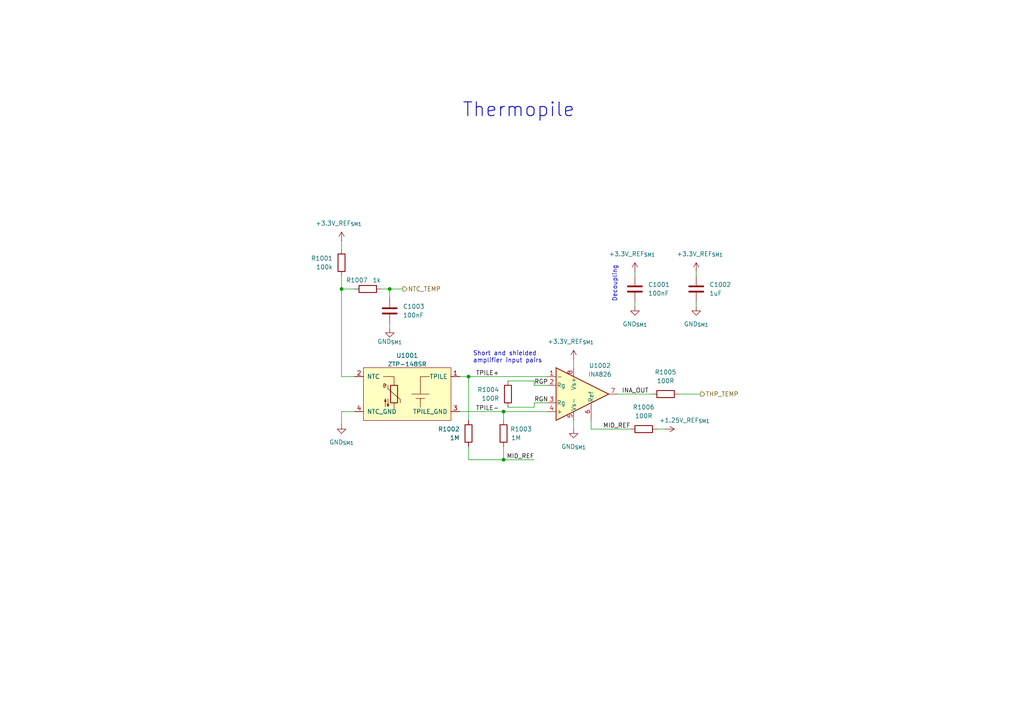
<source format=kicad_sch>
(kicad_sch (version 20231120) (generator "eeschema") (generator_version "8.0")
  (paper "A4")
  (title_block (title "Sensor multi-board") (date "2024-06-17") (rev "${VERSION}") (company "TrendBit s.r.o.") (comment 1 "Designed by: Petr Malaník"))
  (lib_symbols
    (symbol "Device:C" (pin_numbers hide) (pin_names (offset 0.254))
      (property "Reference" "C" (at 0.635 2.54 0))
      (property "Value" "C" (at 0.635 -2.54 0))
      (symbol "C_0_1"
        (polyline (pts (xy -2.032 -0.762) (xy 2.032 -0.762)) (stroke (width 0.508)))
        (polyline (pts (xy -2.032 0.762) (xy 2.032 0.762)) (stroke (width 0.508)))
      )
      (symbol "C_1_1"
        (pin passive line (at 0 3.81 270) (length 2.794) (name "~") (number "1"))
        (pin passive line (at 0 -3.81 90) (length 2.794) (name "~") (number "2"))
      )
    )
    (symbol "Device:R" (pin_numbers hide) (pin_names (offset 0))
      (property "Reference" "R" (at 2.032 0 90))
      (property "Value" "R" (at 0 0 90))
      (symbol "R_0_1"
        (rectangle (start -1.016 -2.54) (end 1.016 2.54) (stroke (width 0.254)))
      )
      (symbol "R_1_1"
        (pin passive line (at 0 3.81 270) (length 1.27) (name "~") (number "1"))
        (pin passive line (at 0 -3.81 90) (length 1.27) (name "~") (number "2"))
      )
    )
    (symbol "TCY_IC:INA826" (pin_names (offset 0.127))
      (property "Reference" "U" (at 3.556 7.366 0))
      (property "Value" "INA826" (at 7.366 5.334 0))
      (symbol "INA826_0_1"
        (polyline (pts (xy -5.08 7.62) (xy -5.08 -7.62) (xy 10.16 0) (xy -5.08 7.62)) (stroke (width 0.254)) (fill (type background)))
      )
      (symbol "INA826_1_1"
        (pin input line (at -7.62 5.08 0) (length 2.54) (name "-") (number "1"))
        (pin passive line (at -7.62 2.54 0) (length 2.54) (name "Rg") (number "2"))
        (pin passive line (at -7.62 -2.54 0) (length 2.54) (name "Rg") (number "3"))
        (pin input line (at -7.62 -5.08 0) (length 2.54) (name "+") (number "4"))
        (pin power_in line (at 0 -7.62 90) (length 2.54) (name "Vs-") (number "5"))
        (pin passive line (at 5.08 -7.62 90) (length 5.08) (name "Ref") (number "6"))
        (pin output line (at 12.7 0 180) (length 2.54) (name "~") (number "7"))
        (pin power_in line (at 0 7.62 270) (length 2.54) (name "Vs+") (number "8"))
      )
    )
    (symbol "TCY_sensors:ZTP-148SR" (pin_names (offset 1.016))
      (property "Reference" "U?" (at 0 12.7 0))
      (property "Value" "ZTP-148SR" (at 0 10.16 0))
      (symbol "ZTP-148SR_0_1"
        (rectangle (start -12.7 7.62) (end 12.7 -7.62) (fill (type background)))
        (polyline (pts (xy -3.81 -2.54) (xy -3.8119 -4.132)))
        (polyline (pts (xy 1.27 0) (xy 6.35 0)))
        (polyline (pts (xy 2.54 -1.27) (xy 5.08 -1.27)))
        (polyline (pts (xy 3.81 -1.27) (xy 3.81 -3.81)))
        (polyline (pts (xy -3.81 2.54) (xy -3.81 5.08) (xy -6.9109 5.0856)))
        (polyline (pts (xy 3.81 0) (xy 3.8075 5.0765) (xy 6.4668 5.0765)))
      )
      (symbol "ZTP-148SR_1_1"
        (arc (start -6.858 2.159) (mid -6.8605 2.3165) (end -6.985 2.413))
        (arc (start -6.858 2.159) (mid -6.7836 1.9794) (end -6.604 1.905))
        (arc (start -6.858 2.794) (mid -6.7836 2.6144) (end -6.604 2.54))
        (arc (start -6.604 1.905) (mid -6.4244 1.9794) (end -6.35 2.159))
        (arc (start -6.604 2.54) (mid -6.244 2.5608) (end -5.969 2.794))
        (arc (start -6.604 3.048) (mid -6.7836 2.9736) (end -6.858 2.794))
        (arc (start -6.35 2.794) (mid -6.4244 2.9736) (end -6.604 3.048))
        (rectangle (start -4.826 2.54) (end -2.794 -2.54) (stroke (width 0.254)))
        (polyline (pts (xy -6.35 2.159) (xy -6.35 2.794)))
        (polyline (pts (xy -5.588 2.54) (xy -5.588 1.524) (xy -2.032 -1.524) (xy -2.032 -2.54)))
        (polyline (pts (xy -6.35 -3.683) (xy -6.35 -1.397) (xy -6.604 -2.159) (xy -6.096 -2.159) (xy -6.35 -1.397) (xy -6.35 -1.651)) (fill (type outline)))
        (polyline (pts (xy -5.588 -1.397) (xy -5.588 -3.683) (xy -5.842 -2.921) (xy -5.334 -2.921) (xy -5.588 -3.683) (xy -5.588 -3.429)) (fill (type outline)))
        (pin output line (at 15.24 5.08 180) (length 2.54) (name "TPILE") (number "1"))
        (pin passive line (at -15.24 5.08 0) (length 2.54) (name "NTC") (number "2"))
        (pin passive line (at 15.24 -5.08 180) (length 2.54) (name "TPILE_GND") (number "3"))
        (pin passive line (at -15.24 -5.08 0) (length 2.54) (name "NTC_GND") (number "4"))
      )
    )
    (symbol "power:+3.3V" (power) (pin_numbers hide) (pin_names (offset 0) hide)
      (property "Value" "+3.3V" (at 0 3.556 0))
      (symbol "+3.3V_0_1"
        (polyline (pts (xy -0.762 1.27) (xy 0 2.54)))
        (polyline (pts (xy 0 0) (xy 0 2.54)))
        (polyline (pts (xy 0 2.54) (xy 0.762 1.27)))
      )
      (symbol "+3.3V_1_1"
        (pin power_in line (at 0 0 90) (length 0) (name "~") (number "1"))
      )
    )
    (symbol "power:GND" (power) (pin_numbers hide) (pin_names (offset 0) hide)
      (property "Value" "GND" (at 0 -3.81 0))
      (symbol "GND_0_1"
        (polyline (pts (xy 0 0) (xy 0 -1.27) (xy 1.27 -1.27) (xy 0 -2.54) (xy -1.27 -1.27) (xy 0 -1.27)))
      )
      (symbol "GND_1_1"
        (pin power_in line (at 0 0 270) (length 0) (name "~") (number "1"))
      )
    )
  )
  (junction (at 99.06 83.82))
  (junction (at 146.05 133.35))
  (junction (at 113.03 83.82))
  (junction (at 135.89 109.22))
  (junction (at 146.05 119.38))
  (wire (pts (xy 171.45 121.92) (xy 171.45 124.46)))
  (wire (pts (xy 146.05 119.38) (xy 146.05 121.92)))
  (wire (pts (xy 154.94 116.84) (xy 154.94 118.11)))
  (wire (pts (xy 154.94 111.76) (xy 158.75 111.76)))
  (wire (pts (xy 184.15 78.74) (xy 184.15 80.01)))
  (wire (pts (xy 146.05 119.38) (xy 158.75 119.38)))
  (wire (pts (xy 154.94 110.49) (xy 154.94 111.76)))
  (wire (pts (xy 179.07 114.3) (xy 189.23 114.3)))
  (wire (pts (xy 158.75 116.84) (xy 154.94 116.84)))
  (wire (pts (xy 99.06 119.38) (xy 99.06 123.19)))
  (wire (pts (xy 154.94 118.11) (xy 147.32 118.11)))
  (wire (pts (xy 110.49 83.82) (xy 113.03 83.82)))
  (wire (pts (xy 146.05 133.35) (xy 154.94 133.35)))
  (wire (pts (xy 201.93 87.63) (xy 201.93 88.9)))
  (wire (pts (xy 135.89 133.35) (xy 146.05 133.35)))
  (wire (pts (xy 196.85 114.3) (xy 203.2 114.3)))
  (wire (pts (xy 184.15 87.63) (xy 184.15 88.9)))
  (wire (pts (xy 135.89 109.22) (xy 135.89 121.92)))
  (wire (pts (xy 146.05 129.54) (xy 146.05 133.35)))
  (wire (pts (xy 166.37 121.92) (xy 166.37 124.46)))
  (wire (pts (xy 147.32 110.49) (xy 154.94 110.49)))
  (wire (pts (xy 99.06 80.01) (xy 99.06 83.82)))
  (wire (pts (xy 135.89 109.22) (xy 158.75 109.22)))
  (wire (pts (xy 113.03 93.98) (xy 113.03 95.25)))
  (wire (pts (xy 190.5 124.46) (xy 193.04 124.46)))
  (wire (pts (xy 99.06 69.85) (xy 99.06 72.39)))
  (wire (pts (xy 113.03 83.82) (xy 113.03 86.36)))
  (wire (pts (xy 113.03 83.82) (xy 116.84 83.82)))
  (wire (pts (xy 102.87 83.82) (xy 99.06 83.82)))
  (wire (pts (xy 102.87 119.38) (xy 99.06 119.38)))
  (wire (pts (xy 133.35 109.22) (xy 135.89 109.22)))
  (wire (pts (xy 133.35 119.38) (xy 146.05 119.38)))
  (wire (pts (xy 99.06 109.22) (xy 102.87 109.22)))
  (wire (pts (xy 99.06 83.82) (xy 99.06 109.22)))
  (wire (pts (xy 166.37 104.14) (xy 166.37 106.68)))
  (wire (pts (xy 135.89 129.54) (xy 135.89 133.35)))
  (wire (pts (xy 201.93 78.74) (xy 201.93 80.01)))
  (wire (pts (xy 182.88 124.46) (xy 171.45 124.46)))
  (text "Decoupling" (at 179.07 87.63 90) (effects (font (size 1.27 1.27)) (justify left bottom)))
  (text "Thermopile" (at 133.985 34.29 0) (effects (font (size 4 4) (thickness 0.254) (bold yes)) (justify left bottom)))
  (text "Short and shielded\namplifier input pairs" (at 137.16 105.41 0) (effects (font (size 1.27 1.27)) (justify left bottom)))
  (label "RGP" (at 154.94 111.76 0))
  (label "TPILE+" (at 144.78 109.22 180))
  (label "MID_REF" (at 154.94 133.35 180))
  (label "MID_REF" (at 182.88 124.46 180))
  (label "INA_OUT" (at 180.34 114.3 0))
  (label "RGN" (at 154.94 116.84 0))
  (label "TPILE-" (at 144.78 119.38 180))
  (hierarchical_label "THP_TEMP" (shape output) (at 203.2 114.3 0))
  (hierarchical_label "NTC_TEMP" (shape output) (at 116.84 83.82 0))
  (symbol (lib_id "Device:C") (at 113.03 90.17 0) (unit 1)
    (property "Reference" "C1003" (at 116.84 88.8999 0) (effects (justify left)))
    (property "Value" "100nF" (at 116.84 91.4399 0) (effects (justify left)))
    (property "Footprint" "Capacitor_SMD:C_0603_1608Metric" (effects (hide yes)))
    (property "Description" "Unpolarized capacitor" (effects (hide yes)))
    (property "LCSC" "C14663" (effects (hide yes)))
    (instances (project "sensor_board" (path "" (reference "C1003") (unit 1)) (path "" (reference "C1103") (unit 1))))
  )
  (symbol (lib_id "Device:C") (at 184.15 83.82 0) (unit 1)
    (property "Reference" "C1001" (at 187.96 82.5499 0) (effects (justify left)))
    (property "Value" "100nF" (at 187.96 85.0899 0) (effects (justify left)))
    (property "Footprint" "Capacitor_SMD:C_0603_1608Metric" (effects (hide yes)))
    (property "Description" "Unpolarized capacitor" (effects (hide yes)))
    (property "LCSC" "C14663" (effects (hide yes)))
    (instances (project "sensor_board" (path "" (reference "C1001") (unit 1)) (path "" (reference "C1101") (unit 1))))
  )
  (symbol (lib_id "power:+3.3V") (at 99.06 69.85 0) (unit 1)
    (property "Reference" "#PWR01001" (effects (hide yes)))
    (property "Value" "+3.3V_REF_{SM1}" (at 91.44 64.77 0) (effects (justify left)))
    (property "Description" "Power symbol creates a global label with name \"+3.3V\"" (effects (hide yes)))
    (instances (project "sensor_board" (path "" (reference "#PWR01001") (unit 1)) (path "" (reference "#PWR01101") (unit 1))))
  )
  (symbol (lib_id "Device:R") (at 146.05 125.73 0) (mirror y) (unit 1)
    (property "Reference" "R1003" (at 154.305 124.46 0) (effects (justify left)))
    (property "Value" "1M" (at 151.13 127 0) (effects (justify left)))
    (property "Footprint" "Resistor_SMD:R_0603_1608Metric" (effects (hide yes)))
    (property "Description" "Resistor" (effects (hide yes)))
    (property "LCSC" "C22935" (effects (hide yes)))
    (instances (project "sensor_board" (path "" (reference "R1003") (unit 1)) (path "" (reference "R1103") (unit 1))))
  )
  (symbol (lib_id "power:GND") (at 113.03 95.25 0) (unit 1)
    (property "Reference" "#PWR01010" (effects (hide yes)))
    (property "Value" "GND_{SM1}" (at 113.03 99.06 0))
    (property "Description" "Power symbol creates a global label with name \"GND\" , ground" (effects (hide yes)))
    (instances (project "sensor_board" (path "" (reference "#PWR01010") (unit 1)) (path "" (reference "#PWR01110") (unit 1))))
  )
  (symbol (lib_id "Device:R") (at 106.68 83.82 90) (mirror x) (unit 1)
    (property "Reference" "R1007" (at 106.68 81.28 90) (effects (justify left)))
    (property "Value" "1k" (at 110.49 81.28 90) (effects (justify left)))
    (property "Footprint" "Resistor_SMD:R_0603_1608Metric" (effects (hide yes)))
    (property "LCSC" "C21190" (effects (hide yes)))
    (instances (project "sensor_board" (path "" (reference "R1007") (unit 1)) (path "" (reference "R1107") (unit 1))))
  )
  (symbol (lib_id "Device:R") (at 135.89 125.73 0) (mirror y) (unit 1)
    (property "Reference" "R1002" (at 133.35 124.4599 0) (effects (justify left)))
    (property "Value" "1M" (at 133.35 126.9999 0) (effects (justify left)))
    (property "Footprint" "Resistor_SMD:R_0603_1608Metric" (effects (hide yes)))
    (property "Description" "Resistor" (effects (hide yes)))
    (property "LCSC" "C22935" (effects (hide yes)))
    (instances (project "sensor_board" (path "" (reference "R1002") (unit 1)) (path "" (reference "R1102") (unit 1))))
  )
  (symbol (lib_id "TCY_sensors:ZTP-148SR") (at 118.11 114.3 0) (unit 1) (in_bom no)
    (property "Reference" "U1001" (at 118.11 103.1072 0))
    (property "Value" "ZTP-148SR" (at 118.11 105.6441 0))
    (property "Footprint" "Package_TO_SOT_THT:TO-46-4_Window" (effects (hide yes)))
    (property "Datasheet" "https://f.hubspotusercontent40.net/hubfs/9035299/Documents/AAS-920-698A-Thermometrics-ZTP-148SR-092317-web.pdf" (effects (hide yes)))
    (property "LCSC" "C2988284" (effects (hide yes)))
    (instances (project "sensor_board" (path "" (reference "U1001") (unit 1)) (path "" (reference "U1101") (unit 1))))
  )
  (symbol (lib_id "Device:C") (at 201.93 83.82 0) (unit 1)
    (property "Reference" "C1002" (at 205.74 82.5499 0) (effects (justify left)))
    (property "Value" "1uF" (at 205.74 85.0899 0) (effects (justify left)))
    (property "Footprint" "Capacitor_SMD:C_0603_1608Metric" (effects (hide yes)))
    (property "Description" "Unpolarized capacitor" (effects (hide yes)))
    (property "LCSC" "C15849" (effects (hide yes)))
    (instances (project "sensor_board" (path "" (reference "C1002") (unit 1)) (path "" (reference "C1102") (unit 1))))
  )
  (symbol (lib_id "power:+3.3V") (at 166.37 104.14 0) (unit 1)
    (property "Reference" "#PWR01003" (effects (hide yes)))
    (property "Value" "+3.3V_REF_{SM1}" (at 158.75 99.06 0) (effects (justify left)))
    (property "Description" "Power symbol creates a global label with name \"+3.3V\"" (effects (hide yes)))
    (instances (project "sensor_board" (path "" (reference "#PWR01003") (unit 1)) (path "" (reference "#PWR01103") (unit 1))))
  )
  (symbol (lib_id "power:GND") (at 201.93 88.9 0) (unit 1)
    (property "Reference" "#PWR01008" (effects (hide yes)))
    (property "Value" "GND_{SM1}" (at 201.93 93.98 0))
    (property "Description" "Power symbol creates a global label with name \"GND\" , ground" (effects (hide yes)))
    (instances (project "sensor_board" (path "" (reference "#PWR01008") (unit 1)) (path "" (reference "#PWR01108") (unit 1))))
  )
  (symbol (lib_id "power:+3.3V") (at 193.04 124.46 270) (unit 1)
    (property "Reference" "#PWR01009" (effects (hide yes)))
    (property "Value" "+1.25V_REF_{SM1}" (at 191.135 121.92 90) (effects (justify left)))
    (property "Description" "Power symbol creates a global label with name \"+3.3V\"" (effects (hide yes)))
    (instances (project "sensor_board" (path "" (reference "#PWR01009") (unit 1)) (path "" (reference "#PWR01109") (unit 1))))
  )
  (symbol (lib_id "power:+3.3V") (at 184.15 78.74 0) (unit 1)
    (property "Reference" "#PWR01005" (effects (hide yes)))
    (property "Value" "+3.3V_REF_{SM1}" (at 176.53 73.66 0) (effects (justify left)))
    (property "Description" "Power symbol creates a global label with name \"+3.3V\"" (effects (hide yes)))
    (instances (project "sensor_board" (path "" (reference "#PWR01005") (unit 1)) (path "" (reference "#PWR01105") (unit 1))))
  )
  (symbol (lib_id "power:GND") (at 184.15 88.9 0) (unit 1)
    (property "Reference" "#PWR01006" (effects (hide yes)))
    (property "Value" "GND_{SM1}" (at 184.15 93.98 0))
    (property "Description" "Power symbol creates a global label with name \"GND\" , ground" (effects (hide yes)))
    (instances (project "sensor_board" (path "" (reference "#PWR01006") (unit 1)) (path "" (reference "#PWR01106") (unit 1))))
  )
  (symbol (lib_id "power:GND") (at 99.06 123.19 0) (unit 1)
    (property "Reference" "#PWR01002" (effects (hide yes)))
    (property "Value" "GND_{SM1}" (at 99.06 128.27 0))
    (property "Description" "Power symbol creates a global label with name \"GND\" , ground" (effects (hide yes)))
    (instances (project "sensor_board" (path "" (reference "#PWR01002") (unit 1)) (path "" (reference "#PWR01102") (unit 1))))
  )
  (symbol (lib_id "TCY_IC:INA826") (at 166.37 114.3 0) (unit 1)
    (property "Reference" "U1002" (at 173.99 106.045 0))
    (property "Value" "INA826" (at 173.99 108.585 0))
    (property "Footprint" "Package_SO:SOIC-8_3.9x4.9mm_P1.27mm" (effects (hide yes)))
    (property "Datasheet" "https://www.ti.com/lit/ds/symlink/ina826.pdf" (effects (hide yes)))
    (property "Description" "Instrumentation Amplifier With Rail-to-Rail Output, Supply Range 3V to 36V, SOIC-8" (effects (hide yes)))
    (property "LCSC" "C38433" (effects (hide yes)))
    (property "MPN" "INA826AIDR" (effects (hide yes)))
    (instances (project "sensor_board" (path "" (reference "U1002") (unit 1)) (path "" (reference "U1102") (unit 1))))
  )
  (symbol (lib_id "power:GND") (at 166.37 124.46 0) (unit 1)
    (property "Reference" "#PWR01004" (effects (hide yes)))
    (property "Value" "GND_{SM1}" (at 166.37 129.54 0))
    (property "Description" "Power symbol creates a global label with name \"GND\" , ground" (effects (hide yes)))
    (instances (project "sensor_board" (path "" (reference "#PWR01004") (unit 1)) (path "" (reference "#PWR01104") (unit 1))))
  )
  (symbol (lib_id "power:+3.3V") (at 201.93 78.74 0) (unit 1)
    (property "Reference" "#PWR01007" (effects (hide yes)))
    (property "Value" "+3.3V_REF_{SM1}" (at 196.215 73.66 0) (effects (justify left)))
    (property "Description" "Power symbol creates a global label with name \"+3.3V\"" (effects (hide yes)))
    (instances (project "sensor_board" (path "" (reference "#PWR01007") (unit 1)) (path "" (reference "#PWR01107") (unit 1))))
  )
  (symbol (lib_id "Device:R") (at 147.32 114.3 0) (mirror y) (unit 1)
    (property "Reference" "R1004" (at 144.78 113.0299 0) (effects (justify left)))
    (property "Value" "100R" (at 144.78 115.5699 0) (effects (justify left)))
    (property "Footprint" "Resistor_SMD:R_0603_1608Metric" (effects (hide yes)))
    (property "Description" "Resistor" (effects (hide yes)))
    (property "LCSC" "C22775" (effects (hide yes)))
    (instances (project "sensor_board" (path "" (reference "R1004") (unit 1)) (path "" (reference "R1104") (unit 1))))
  )
  (symbol (lib_id "Device:R") (at 99.06 76.2 0) (mirror y) (unit 1)
    (property "Reference" "R1001" (at 96.52 74.9299 0) (effects (justify left)))
    (property "Value" "100k" (at 96.52 77.4699 0) (effects (justify left)))
    (property "Footprint" "Resistor_SMD:R_0603_1608Metric" (effects (hide yes)))
    (property "Description" "Resistor" (effects (hide yes)))
    (property "LCSC" "C122538" (effects (hide yes)))
    (instances (project "sensor_board" (path "" (reference "R1001") (unit 1)) (path "" (reference "R1101") (unit 1))))
  )
  (symbol (lib_id "Device:R") (at 193.04 114.3 90) (mirror x) (unit 1)
    (property "Reference" "R1005" (at 193.04 107.95 90))
    (property "Value" "100R" (at 193.04 110.49 90))
    (property "Footprint" "Resistor_SMD:R_0603_1608Metric" (effects (hide yes)))
    (property "Description" "Resistor" (effects (hide yes)))
    (property "LCSC" "C22775" (effects (hide yes)))
    (instances (project "sensor_board" (path "" (reference "R1005") (unit 1)) (path "" (reference "R1105") (unit 1))))
  )
  (symbol (lib_id "Device:R") (at 186.69 124.46 90) (mirror x) (unit 1)
    (property "Reference" "R1006" (at 186.69 118.11 90))
    (property "Value" "100R" (at 186.69 120.65 90))
    (property "Footprint" "Resistor_SMD:R_0603_1608Metric" (effects (hide yes)))
    (property "Description" "Resistor" (effects (hide yes)))
    (property "LCSC" "C22775" (effects (hide yes)))
    (instances (project "sensor_board" (path "" (reference "R1006") (unit 1)) (path "" (reference "R1106") (unit 1))))
  )
)
</source>
